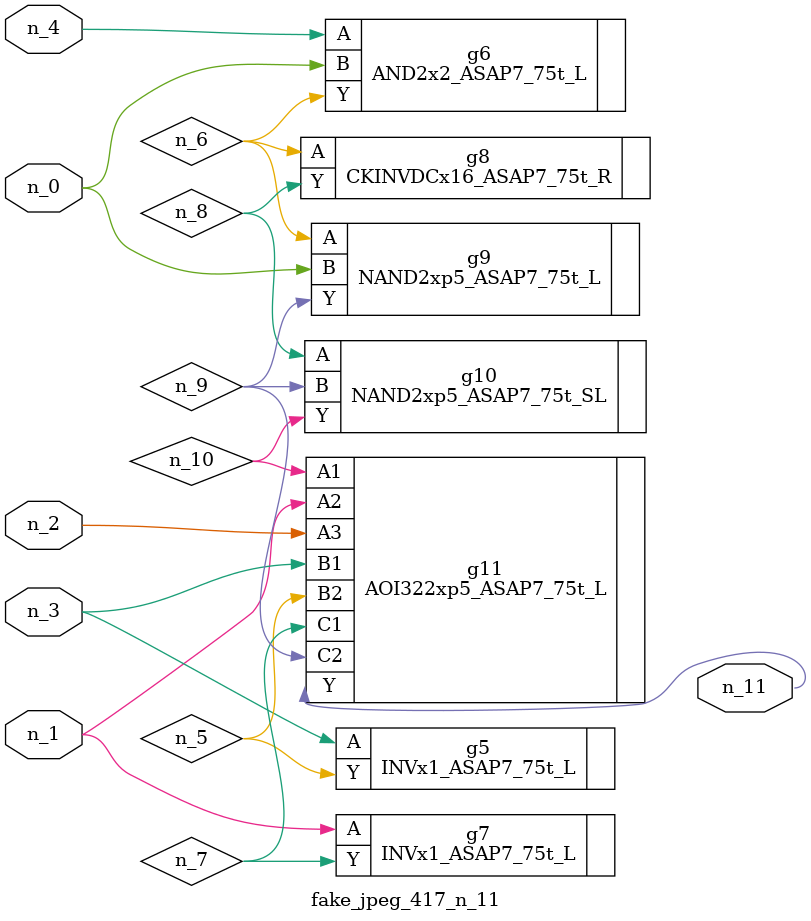
<source format=v>
module fake_jpeg_417_n_11 (n_3, n_2, n_1, n_0, n_4, n_11);

input n_3;
input n_2;
input n_1;
input n_0;
input n_4;

output n_11;

wire n_10;
wire n_8;
wire n_9;
wire n_6;
wire n_5;
wire n_7;

INVx1_ASAP7_75t_L g5 ( 
.A(n_3),
.Y(n_5)
);

AND2x2_ASAP7_75t_L g6 ( 
.A(n_4),
.B(n_0),
.Y(n_6)
);

INVx1_ASAP7_75t_L g7 ( 
.A(n_1),
.Y(n_7)
);

CKINVDCx16_ASAP7_75t_R g8 ( 
.A(n_6),
.Y(n_8)
);

NAND2xp5_ASAP7_75t_SL g10 ( 
.A(n_8),
.B(n_9),
.Y(n_10)
);

NAND2xp5_ASAP7_75t_L g9 ( 
.A(n_6),
.B(n_0),
.Y(n_9)
);

AOI322xp5_ASAP7_75t_L g11 ( 
.A1(n_10),
.A2(n_1),
.A3(n_2),
.B1(n_3),
.B2(n_5),
.C1(n_7),
.C2(n_9),
.Y(n_11)
);


endmodule
</source>
